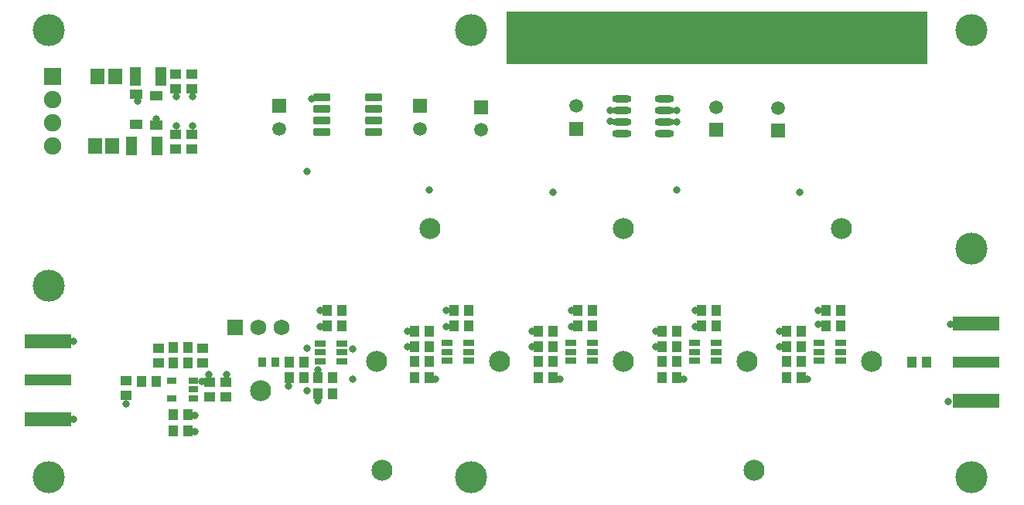
<source format=gts>
G04*
G04 #@! TF.GenerationSoftware,Altium Limited,Altium Designer,19.0.15 (446)*
G04*
G04 Layer_Color=8388736*
%FSLAX25Y25*%
%MOIN*%
G70*
G01*
G75*
%ADD29R,1.81721X0.22638*%
%ADD30R,0.04343X0.04737*%
%ADD31R,0.05131X0.03162*%
%ADD32R,0.20485X0.04737*%
%ADD33R,0.20485X0.06312*%
%ADD34R,0.04737X0.04343*%
%ADD35R,0.03556X0.04343*%
%ADD36R,0.04343X0.03162*%
%ADD37O,0.08280X0.03162*%
%ADD38R,0.04737X0.07887*%
%ADD39R,0.06272X0.07060*%
%ADD40R,0.05603X0.04402*%
G04:AMPARAMS|DCode=41|XSize=33.59mil|YSize=72.96mil|CornerRadius=5.92mil|HoleSize=0mil|Usage=FLASHONLY|Rotation=270.000|XOffset=0mil|YOffset=0mil|HoleType=Round|Shape=RoundedRectangle|*
%AMROUNDEDRECTD41*
21,1,0.03359,0.06112,0,0,270.0*
21,1,0.02175,0.07296,0,0,270.0*
1,1,0.01184,-0.03056,-0.01088*
1,1,0.01184,-0.03056,0.01088*
1,1,0.01184,0.03056,0.01088*
1,1,0.01184,0.03056,-0.01088*
%
%ADD41ROUNDEDRECTD41*%
%ADD42C,0.09068*%
%ADD43R,0.05918X0.05918*%
%ADD44C,0.05918*%
%ADD45C,0.06902*%
%ADD46R,0.06902X0.06902*%
%ADD47R,0.07493X0.07493*%
%ADD48C,0.07493*%
%ADD49C,0.03162*%
%ADD50C,0.13792*%
D29*
X398313Y461122D02*
D03*
D30*
X267850Y321417D02*
D03*
X274150D02*
D03*
X267850Y314717D02*
D03*
X274150D02*
D03*
X267850Y327917D02*
D03*
X274150D02*
D03*
X267850Y334417D02*
D03*
X274150D02*
D03*
X284850Y336917D02*
D03*
X291150D02*
D03*
X284850Y343417D02*
D03*
X291150D02*
D03*
X488650Y321177D02*
D03*
X482350D02*
D03*
X220150D02*
D03*
X213850D02*
D03*
X220150Y314417D02*
D03*
X213850D02*
D03*
X226350Y307417D02*
D03*
X232650D02*
D03*
X226350Y314417D02*
D03*
X232650D02*
D03*
X230350Y336917D02*
D03*
X236650D02*
D03*
X230350Y343417D02*
D03*
X236650D02*
D03*
X170150Y327417D02*
D03*
X163850D02*
D03*
X170150Y320917D02*
D03*
X163850D02*
D03*
X156650Y312917D02*
D03*
X150350D02*
D03*
X170150Y291417D02*
D03*
X163850D02*
D03*
X170150Y298417D02*
D03*
X163850D02*
D03*
X321350Y321417D02*
D03*
X327650D02*
D03*
X374701D02*
D03*
X381000D02*
D03*
X428201D02*
D03*
X434500D02*
D03*
X321350Y327917D02*
D03*
X327650D02*
D03*
X374701D02*
D03*
X381000D02*
D03*
X428201D02*
D03*
X434500D02*
D03*
X321350Y334417D02*
D03*
X327650D02*
D03*
X374701D02*
D03*
X381000D02*
D03*
X428201D02*
D03*
X434500D02*
D03*
X338350Y336917D02*
D03*
X344650D02*
D03*
X391701D02*
D03*
X398000D02*
D03*
X445201D02*
D03*
X451500D02*
D03*
X338350Y343417D02*
D03*
X344650D02*
D03*
X391701D02*
D03*
X398000D02*
D03*
X445201D02*
D03*
X451500D02*
D03*
X321350Y314717D02*
D03*
X327650D02*
D03*
X374701D02*
D03*
X381000D02*
D03*
X428201D02*
D03*
X434500D02*
D03*
D31*
X291224Y329457D02*
D03*
Y325716D02*
D03*
Y321976D02*
D03*
X281776D02*
D03*
Y325716D02*
D03*
Y329457D02*
D03*
X236724Y329157D02*
D03*
Y325417D02*
D03*
Y321677D02*
D03*
X227276D02*
D03*
Y325417D02*
D03*
Y329157D02*
D03*
X344724Y329457D02*
D03*
Y325716D02*
D03*
Y321976D02*
D03*
X335276D02*
D03*
Y325716D02*
D03*
Y329457D02*
D03*
X398075D02*
D03*
Y325716D02*
D03*
Y321976D02*
D03*
X388626D02*
D03*
Y325716D02*
D03*
Y329457D02*
D03*
X451575D02*
D03*
Y325716D02*
D03*
Y321976D02*
D03*
X442126D02*
D03*
Y325716D02*
D03*
Y329457D02*
D03*
D32*
X110000Y313417D02*
D03*
X509842Y321177D02*
D03*
D33*
X110000Y296685D02*
D03*
Y330150D02*
D03*
X509842Y337910D02*
D03*
Y304445D02*
D03*
D34*
X176500Y320768D02*
D03*
Y327067D02*
D03*
X157500D02*
D03*
Y320768D02*
D03*
X143500Y313067D02*
D03*
Y306768D02*
D03*
X179500Y312567D02*
D03*
Y306268D02*
D03*
X186500Y312567D02*
D03*
Y306268D02*
D03*
X172000Y419571D02*
D03*
Y413272D02*
D03*
X165000Y419571D02*
D03*
Y413272D02*
D03*
Y439122D02*
D03*
Y445421D02*
D03*
X172000Y439272D02*
D03*
Y445571D02*
D03*
D35*
X202244Y321177D02*
D03*
X207756D02*
D03*
D36*
X172724Y305677D02*
D03*
Y309417D02*
D03*
Y313158D02*
D03*
X163276D02*
D03*
Y305677D02*
D03*
D37*
X357185Y434925D02*
D03*
Y429925D02*
D03*
Y424925D02*
D03*
Y419925D02*
D03*
X375689Y434925D02*
D03*
Y429925D02*
D03*
Y424925D02*
D03*
Y419925D02*
D03*
D38*
X145988Y414421D02*
D03*
X157012D02*
D03*
X158512Y444421D02*
D03*
X147488D02*
D03*
D39*
X137618Y414421D02*
D03*
X130098D02*
D03*
X138760Y444421D02*
D03*
X131240D02*
D03*
D40*
X148000Y436868D02*
D03*
Y423974D02*
D03*
X156500Y436368D02*
D03*
Y423474D02*
D03*
D41*
X227965Y435409D02*
D03*
Y430409D02*
D03*
Y425410D02*
D03*
Y420409D02*
D03*
X250209Y435409D02*
D03*
Y430409D02*
D03*
Y425410D02*
D03*
Y420409D02*
D03*
D42*
X414370Y274606D02*
D03*
X253937D02*
D03*
X304500Y321417D02*
D03*
X358000D02*
D03*
X411350D02*
D03*
X464850D02*
D03*
X358000Y378937D02*
D03*
X251500Y321677D02*
D03*
X201500Y308917D02*
D03*
X274606Y378937D02*
D03*
X451772D02*
D03*
D43*
X424437Y421083D02*
D03*
X296587Y431331D02*
D03*
X397937Y421504D02*
D03*
X337437Y422004D02*
D03*
X209587Y431831D02*
D03*
X270087D02*
D03*
D44*
X424437Y430925D02*
D03*
X296587Y421488D02*
D03*
X397937Y431347D02*
D03*
X337437Y431847D02*
D03*
X209587Y421988D02*
D03*
X270087D02*
D03*
D45*
X210500Y336339D02*
D03*
X200500D02*
D03*
D46*
X190500D02*
D03*
D47*
X112000Y444421D02*
D03*
D48*
Y434421D02*
D03*
Y424421D02*
D03*
Y414421D02*
D03*
D49*
X221457Y403543D02*
D03*
X380906Y395669D02*
D03*
X441929Y337598D02*
D03*
Y343504D02*
D03*
X388779Y336614D02*
D03*
Y343504D02*
D03*
X335630Y336614D02*
D03*
Y343504D02*
D03*
X281496Y336614D02*
D03*
Y343504D02*
D03*
X498032Y304134D02*
D03*
X499016Y337598D02*
D03*
X121063Y296685D02*
D03*
Y330150D02*
D03*
X156496Y426181D02*
D03*
X172244Y423228D02*
D03*
X165354D02*
D03*
X172244Y436024D02*
D03*
X165354D02*
D03*
X148622Y434055D02*
D03*
X223425Y435039D02*
D03*
X380906Y424925D02*
D03*
Y429925D02*
D03*
X352362D02*
D03*
Y425197D02*
D03*
X143701Y303150D02*
D03*
X187008Y315945D02*
D03*
X176181Y312992D02*
D03*
X179134Y315945D02*
D03*
X173228Y291339D02*
D03*
Y298228D02*
D03*
X213583Y311024D02*
D03*
X226378Y317913D02*
D03*
Y304445D02*
D03*
X227362Y343504D02*
D03*
Y336614D02*
D03*
X221457Y327067D02*
D03*
Y308917D02*
D03*
X241142Y326772D02*
D03*
Y313917D02*
D03*
X274150Y395669D02*
D03*
X327650Y394685D02*
D03*
X434055D02*
D03*
X330500Y313917D02*
D03*
X318500Y334417D02*
D03*
Y327917D02*
D03*
X383850Y313917D02*
D03*
X371850Y334417D02*
D03*
Y327917D02*
D03*
X437350Y313917D02*
D03*
X425350Y334417D02*
D03*
Y327917D02*
D03*
X265000D02*
D03*
Y334417D02*
D03*
X277000Y313917D02*
D03*
D50*
X507874Y370079D02*
D03*
X110236Y354331D02*
D03*
X292323Y271654D02*
D03*
X292323Y464567D02*
D03*
X110236D02*
D03*
X110236Y271654D02*
D03*
X507874D02*
D03*
Y464567D02*
D03*
M02*

</source>
